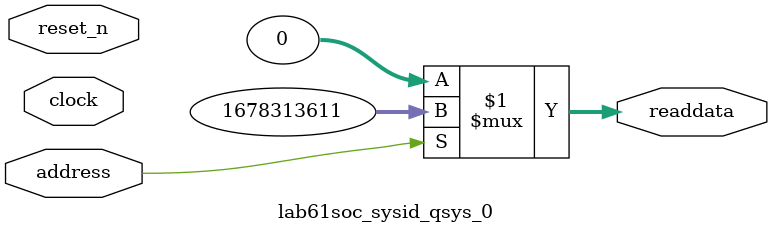
<source format=v>



// synthesis translate_off
`timescale 1ns / 1ps
// synthesis translate_on

// turn off superfluous verilog processor warnings 
// altera message_level Level1 
// altera message_off 10034 10035 10036 10037 10230 10240 10030 

module lab61soc_sysid_qsys_0 (
               // inputs:
                address,
                clock,
                reset_n,

               // outputs:
                readdata
             )
;

  output  [ 31: 0] readdata;
  input            address;
  input            clock;
  input            reset_n;

  wire    [ 31: 0] readdata;
  //control_slave, which is an e_avalon_slave
  assign readdata = address ? 1678313611 : 0;

endmodule



</source>
